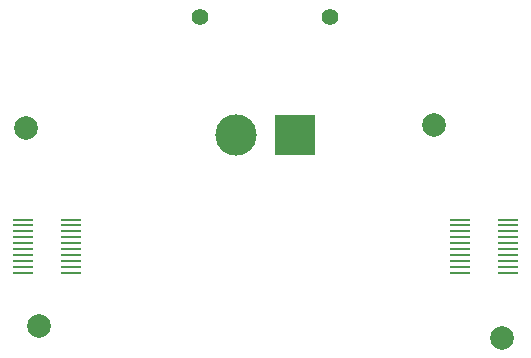
<source format=gbs>
G04 #@! TF.GenerationSoftware,KiCad,Pcbnew,7.0.5-0*
G04 #@! TF.CreationDate,2023-09-26T15:14:25-04:00*
G04 #@! TF.ProjectId,PowerPack,506f7765-7250-4616-936b-2e6b69636164,rev?*
G04 #@! TF.SameCoordinates,Original*
G04 #@! TF.FileFunction,Soldermask,Bot*
G04 #@! TF.FilePolarity,Negative*
%FSLAX46Y46*%
G04 Gerber Fmt 4.6, Leading zero omitted, Abs format (unit mm)*
G04 Created by KiCad (PCBNEW 7.0.5-0) date 2023-09-26 15:14:25*
%MOMM*%
%LPD*%
G01*
G04 APERTURE LIST*
%ADD10C,2.000000*%
%ADD11C,1.400000*%
%ADD12R,3.500000X3.500000*%
%ADD13C,3.500000*%
%ADD14R,1.800000X0.250000*%
G04 APERTURE END LIST*
D10*
X138500000Y-70750000D03*
X132750000Y-52750000D03*
D11*
X113000000Y-43575000D03*
X124000000Y-43575000D03*
D12*
X121000000Y-53575000D03*
D13*
X116000000Y-53575000D03*
D10*
X98200000Y-53000000D03*
X99300000Y-69800000D03*
D14*
X135000001Y-65250001D03*
X135000001Y-64750002D03*
X135000001Y-64250000D03*
X135000001Y-63750001D03*
X135000001Y-63250000D03*
X135000001Y-62750000D03*
X135000001Y-62250002D03*
X135000001Y-61750000D03*
X135000001Y-61250001D03*
X135000001Y-60749999D03*
X139000001Y-65250001D03*
X139000001Y-64750002D03*
X139000001Y-64250000D03*
X139000001Y-63750001D03*
X139000001Y-63250000D03*
X139000001Y-62750000D03*
X139000001Y-62250002D03*
X139000001Y-61750000D03*
X139000001Y-61250001D03*
X139000001Y-60749999D03*
X98000001Y-65250001D03*
X98000001Y-64750002D03*
X98000001Y-64250000D03*
X98000001Y-63750001D03*
X98000001Y-63250000D03*
X98000001Y-62750000D03*
X98000001Y-62250002D03*
X98000001Y-61750000D03*
X98000001Y-61250001D03*
X98000001Y-60749999D03*
X102000001Y-65250001D03*
X102000001Y-64750002D03*
X102000001Y-64250000D03*
X102000001Y-63750001D03*
X102000001Y-63250000D03*
X102000001Y-62750000D03*
X102000001Y-62250002D03*
X102000001Y-61750000D03*
X102000001Y-61250001D03*
X102000001Y-60749999D03*
M02*

</source>
